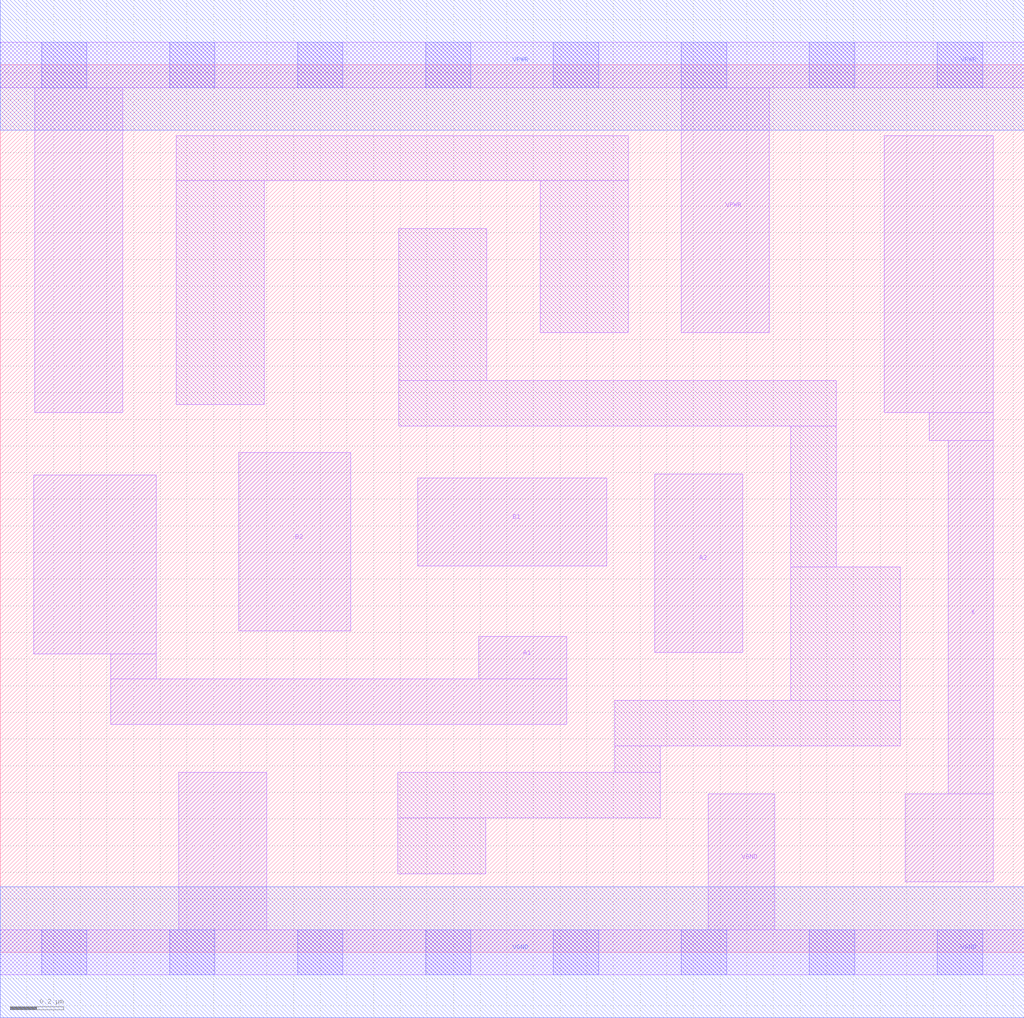
<source format=lef>
# Copyright 2020 The SkyWater PDK Authors
#
# Licensed under the Apache License, Version 2.0 (the "License");
# you may not use this file except in compliance with the License.
# You may obtain a copy of the License at
#
#     https://www.apache.org/licenses/LICENSE-2.0
#
# Unless required by applicable law or agreed to in writing, software
# distributed under the License is distributed on an "AS IS" BASIS,
# WITHOUT WARRANTIES OR CONDITIONS OF ANY KIND, either express or implied.
# See the License for the specific language governing permissions and
# limitations under the License.
#
# SPDX-License-Identifier: Apache-2.0

VERSION 5.7 ;
  NAMESCASESENSITIVE ON ;
  NOWIREEXTENSIONATPIN ON ;
  DIVIDERCHAR "/" ;
  BUSBITCHARS "[]" ;
UNITS
  DATABASE MICRONS 200 ;
END UNITS
MACRO sky130_fd_sc_lp__a22o_lp
  CLASS CORE ;
  SOURCE USER ;
  FOREIGN sky130_fd_sc_lp__a22o_lp ;
  ORIGIN  0.000000  0.000000 ;
  SIZE  3.840000 BY  3.330000 ;
  SYMMETRY X Y R90 ;
  SITE unit ;
  PIN A1
    ANTENNAGATEAREA  0.313000 ;
    DIRECTION INPUT ;
    USE SIGNAL ;
    PORT
      LAYER li1 ;
        RECT 0.125000 1.120000 0.585000 1.790000 ;
        RECT 0.415000 0.855000 2.125000 1.025000 ;
        RECT 0.415000 1.025000 0.585000 1.120000 ;
        RECT 1.795000 1.025000 2.125000 1.185000 ;
    END
  END A1
  PIN A2
    ANTENNAGATEAREA  0.313000 ;
    DIRECTION INPUT ;
    USE SIGNAL ;
    PORT
      LAYER li1 ;
        RECT 2.455000 1.125000 2.785000 1.795000 ;
    END
  END A2
  PIN B1
    ANTENNAGATEAREA  0.313000 ;
    DIRECTION INPUT ;
    USE SIGNAL ;
    PORT
      LAYER li1 ;
        RECT 1.565000 1.450000 2.275000 1.780000 ;
    END
  END B1
  PIN B2
    ANTENNAGATEAREA  0.313000 ;
    DIRECTION INPUT ;
    USE SIGNAL ;
    PORT
      LAYER li1 ;
        RECT 0.895000 1.205000 1.315000 1.875000 ;
    END
  END B2
  PIN X
    ANTENNADIFFAREA  0.404700 ;
    DIRECTION OUTPUT ;
    USE SIGNAL ;
    PORT
      LAYER li1 ;
        RECT 3.315000 2.025000 3.725000 3.065000 ;
        RECT 3.395000 0.265000 3.725000 0.595000 ;
        RECT 3.485000 1.920000 3.725000 2.025000 ;
        RECT 3.555000 0.595000 3.725000 1.920000 ;
    END
  END X
  PIN VGND
    DIRECTION INOUT ;
    USE GROUND ;
    PORT
      LAYER li1 ;
        RECT 0.000000 -0.085000 3.840000 0.085000 ;
        RECT 0.670000  0.085000 1.000000 0.675000 ;
        RECT 2.655000  0.085000 2.905000 0.595000 ;
      LAYER mcon ;
        RECT 0.155000 -0.085000 0.325000 0.085000 ;
        RECT 0.635000 -0.085000 0.805000 0.085000 ;
        RECT 1.115000 -0.085000 1.285000 0.085000 ;
        RECT 1.595000 -0.085000 1.765000 0.085000 ;
        RECT 2.075000 -0.085000 2.245000 0.085000 ;
        RECT 2.555000 -0.085000 2.725000 0.085000 ;
        RECT 3.035000 -0.085000 3.205000 0.085000 ;
        RECT 3.515000 -0.085000 3.685000 0.085000 ;
      LAYER met1 ;
        RECT 0.000000 -0.245000 3.840000 0.245000 ;
    END
  END VGND
  PIN VPWR
    DIRECTION INOUT ;
    USE POWER ;
    PORT
      LAYER li1 ;
        RECT 0.000000 3.245000 3.840000 3.415000 ;
        RECT 0.130000 2.025000 0.460000 3.245000 ;
        RECT 2.555000 2.325000 2.885000 3.245000 ;
      LAYER mcon ;
        RECT 0.155000 3.245000 0.325000 3.415000 ;
        RECT 0.635000 3.245000 0.805000 3.415000 ;
        RECT 1.115000 3.245000 1.285000 3.415000 ;
        RECT 1.595000 3.245000 1.765000 3.415000 ;
        RECT 2.075000 3.245000 2.245000 3.415000 ;
        RECT 2.555000 3.245000 2.725000 3.415000 ;
        RECT 3.035000 3.245000 3.205000 3.415000 ;
        RECT 3.515000 3.245000 3.685000 3.415000 ;
      LAYER met1 ;
        RECT 0.000000 3.085000 3.840000 3.575000 ;
    END
  END VPWR
  OBS
    LAYER li1 ;
      RECT 0.660000 2.055000 0.990000 2.895000 ;
      RECT 0.660000 2.895000 2.355000 3.065000 ;
      RECT 1.490000 0.295000 1.820000 0.505000 ;
      RECT 1.490000 0.505000 2.475000 0.675000 ;
      RECT 1.495000 1.975000 3.135000 2.145000 ;
      RECT 1.495000 2.145000 1.825000 2.715000 ;
      RECT 2.025000 2.325000 2.355000 2.895000 ;
      RECT 2.305000 0.675000 2.475000 0.775000 ;
      RECT 2.305000 0.775000 3.375000 0.945000 ;
      RECT 2.965000 0.945000 3.375000 1.445000 ;
      RECT 2.965000 1.445000 3.135000 1.975000 ;
  END
END sky130_fd_sc_lp__a22o_lp

</source>
